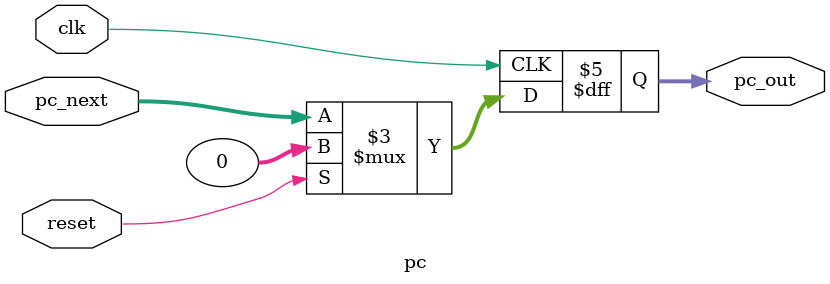
<source format=sv>
`timescale 1ns/1ps

module pc(
    input  wire        clk,
    input  wire        reset,
    input  wire [31:0] pc_next,
    output reg  [31:0] pc_out
);

    always @(posedge clk) begin
        if (reset)
            pc_out <= 32'h00000000;
        else
            pc_out <= pc_next;
    end

endmodule
  
</source>
